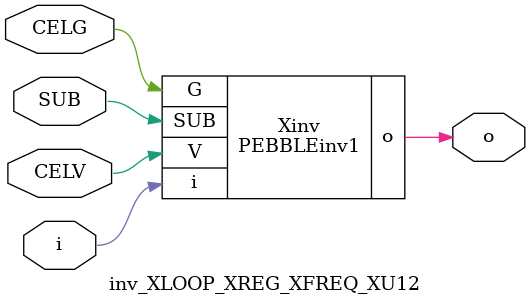
<source format=v>



module PEBBLEinv1 ( o, G, SUB, V, i );

  input V;
  input i;
  input G;
  output o;
  input SUB;
endmodule

//Celera Confidential Do Not Copy inv_XLOOP_XREG_XFREQ_XU12
//Celera Confidential Symbol Generator
//5V Inverter
module inv_XLOOP_XREG_XFREQ_XU12 (CELV,CELG,i,o,SUB);
input CELV;
input CELG;
input i;
input SUB;
output o;

//Celera Confidential Do Not Copy inv
PEBBLEinv1 Xinv(
.V (CELV),
.i (i),
.o (o),
.SUB (SUB),
.G (CELG)
);
//,diesize,PEBBLEinv1

//Celera Confidential Do Not Copy Module End
//Celera Schematic Generator
endmodule

</source>
